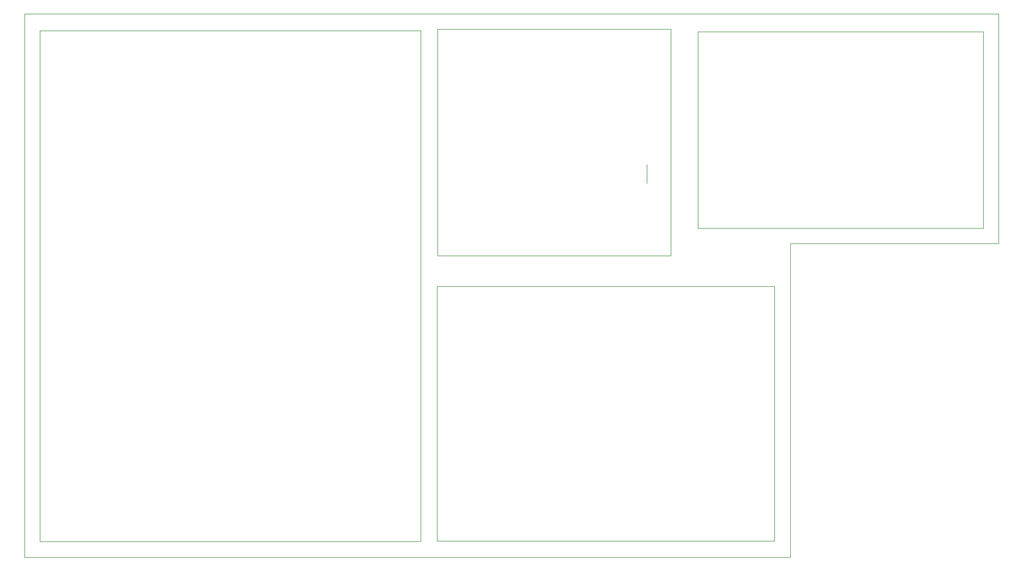
<source format=gbr>
G04 #@! TF.FileFunction,Profile,NP*
%FSLAX46Y46*%
G04 Gerber Fmt 4.6, Leading zero omitted, Abs format (unit mm)*
G04 Created by KiCad (PCBNEW (2015-07-31 BZR 6030)-product) date Mon Sep 14 17:18:50 2015*
%MOMM*%
G01*
G04 APERTURE LIST*
%ADD10C,0.100000*%
G04 APERTURE END LIST*
D10*
X56643800Y-37959600D02*
X56643800Y-38213600D01*
X218137000Y-37959600D02*
X56643800Y-37959600D01*
X218137000Y-38518400D02*
X218137000Y-37959600D01*
X218137000Y-76110400D02*
X218137000Y-38518400D01*
X183593000Y-76110400D02*
X218137000Y-76110400D01*
X183593000Y-128129600D02*
X183593000Y-76110400D01*
X56643800Y-128129600D02*
X183593000Y-128129600D01*
X56643800Y-38162800D02*
X56643800Y-128129600D01*
X125020600Y-125437200D02*
X125020600Y-83171600D01*
X126697000Y-125437200D02*
X125020600Y-125437200D01*
X181002200Y-125437200D02*
X126697000Y-125437200D01*
X181002200Y-83171600D02*
X181002200Y-125437200D01*
X125071400Y-83171600D02*
X181002200Y-83171600D01*
X125071400Y-78142400D02*
X125071400Y-40550400D01*
X163831800Y-78142400D02*
X125071400Y-78142400D01*
X163831800Y-40550400D02*
X163831800Y-78142400D01*
X125071400Y-40550400D02*
X163831800Y-40550400D01*
X215597000Y-73519600D02*
X168251400Y-73519600D01*
X215597000Y-40956800D02*
X215597000Y-73519600D01*
X168251400Y-40956800D02*
X215597000Y-40956800D01*
X168251400Y-73519600D02*
X168251400Y-40956800D01*
X122277400Y-125538800D02*
X122277400Y-40804400D01*
X59133000Y-125538800D02*
X122277400Y-125538800D01*
X59133000Y-40753600D02*
X122226600Y-40753600D01*
X59133000Y-125538800D02*
X59133000Y-40753600D01*
X159793200Y-62927800D02*
X159793200Y-66102800D01*
M02*

</source>
